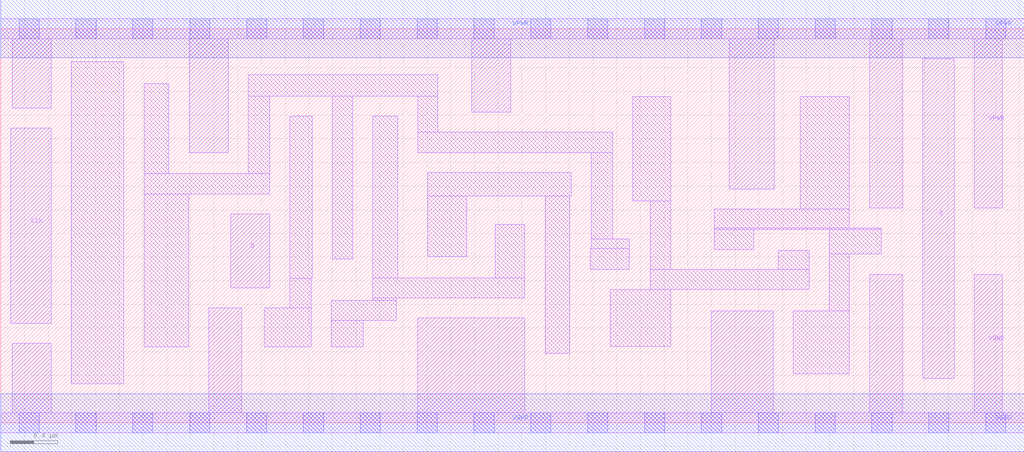
<source format=lef>
# Copyright 2020 The SkyWater PDK Authors
#
# Licensed under the Apache License, Version 2.0 (the "License");
# you may not use this file except in compliance with the License.
# You may obtain a copy of the License at
#
#     https://www.apache.org/licenses/LICENSE-2.0
#
# Unless required by applicable law or agreed to in writing, software
# distributed under the License is distributed on an "AS IS" BASIS,
# WITHOUT WARRANTIES OR CONDITIONS OF ANY KIND, either express or implied.
# See the License for the specific language governing permissions and
# limitations under the License.
#
# SPDX-License-Identifier: Apache-2.0

VERSION 5.7 ;
  NAMESCASESENSITIVE ON ;
  NOWIREEXTENSIONATPIN ON ;
  DIVIDERCHAR "/" ;
  BUSBITCHARS "[]" ;
UNITS
  DATABASE MICRONS 200 ;
END UNITS
MACRO sky130_fd_sc_lp__dfxtp_2
  CLASS CORE ;
  SOURCE USER ;
  FOREIGN sky130_fd_sc_lp__dfxtp_2 ;
  ORIGIN  0.000000  0.000000 ;
  SIZE  8.640000 BY  3.330000 ;
  SYMMETRY X Y R90 ;
  SITE unit ;
  PIN D
    ANTENNAGATEAREA  0.126000 ;
    DIRECTION INPUT ;
    USE SIGNAL ;
    PORT
      LAYER li1 ;
        RECT 1.940000 1.140000 2.270000 1.765000 ;
    END
  END D
  PIN Q
    ANTENNADIFFAREA  0.588000 ;
    DIRECTION OUTPUT ;
    USE SIGNAL ;
    PORT
      LAYER li1 ;
        RECT 7.785000 0.375000 8.050000 3.075000 ;
    END
  END Q
  PIN CLK
    ANTENNAGATEAREA  0.159000 ;
    DIRECTION INPUT ;
    USE CLOCK ;
    PORT
      LAYER li1 ;
        RECT 0.085000 0.840000 0.425000 2.490000 ;
    END
  END CLK
  PIN VGND
    DIRECTION INOUT ;
    USE GROUND ;
    PORT
      LAYER li1 ;
        RECT 0.000000 -0.085000 8.640000 0.085000 ;
        RECT 0.095000  0.085000 0.425000 0.670000 ;
        RECT 1.755000  0.085000 2.035000 0.970000 ;
        RECT 3.520000  0.085000 4.425000 0.885000 ;
        RECT 6.000000  0.085000 6.520000 0.945000 ;
        RECT 7.335000  0.085000 7.615000 1.255000 ;
        RECT 8.220000  0.085000 8.455000 1.255000 ;
      LAYER mcon ;
        RECT 0.155000 -0.085000 0.325000 0.085000 ;
        RECT 0.635000 -0.085000 0.805000 0.085000 ;
        RECT 1.115000 -0.085000 1.285000 0.085000 ;
        RECT 1.595000 -0.085000 1.765000 0.085000 ;
        RECT 2.075000 -0.085000 2.245000 0.085000 ;
        RECT 2.555000 -0.085000 2.725000 0.085000 ;
        RECT 3.035000 -0.085000 3.205000 0.085000 ;
        RECT 3.515000 -0.085000 3.685000 0.085000 ;
        RECT 3.995000 -0.085000 4.165000 0.085000 ;
        RECT 4.475000 -0.085000 4.645000 0.085000 ;
        RECT 4.955000 -0.085000 5.125000 0.085000 ;
        RECT 5.435000 -0.085000 5.605000 0.085000 ;
        RECT 5.915000 -0.085000 6.085000 0.085000 ;
        RECT 6.395000 -0.085000 6.565000 0.085000 ;
        RECT 6.875000 -0.085000 7.045000 0.085000 ;
        RECT 7.355000 -0.085000 7.525000 0.085000 ;
        RECT 7.835000 -0.085000 8.005000 0.085000 ;
        RECT 8.315000 -0.085000 8.485000 0.085000 ;
      LAYER met1 ;
        RECT 0.000000 -0.245000 8.640000 0.245000 ;
    END
  END VGND
  PIN VPWR
    DIRECTION INOUT ;
    USE POWER ;
    PORT
      LAYER li1 ;
        RECT 0.000000 3.245000 8.640000 3.415000 ;
        RECT 0.095000 2.660000 0.425000 3.245000 ;
        RECT 1.590000 2.285000 1.920000 3.245000 ;
        RECT 3.975000 2.625000 4.305000 3.245000 ;
        RECT 6.150000 1.975000 6.530000 3.245000 ;
        RECT 7.335000 1.815000 7.615000 3.245000 ;
        RECT 8.220000 1.815000 8.455000 3.245000 ;
      LAYER mcon ;
        RECT 0.155000 3.245000 0.325000 3.415000 ;
        RECT 0.635000 3.245000 0.805000 3.415000 ;
        RECT 1.115000 3.245000 1.285000 3.415000 ;
        RECT 1.595000 3.245000 1.765000 3.415000 ;
        RECT 2.075000 3.245000 2.245000 3.415000 ;
        RECT 2.555000 3.245000 2.725000 3.415000 ;
        RECT 3.035000 3.245000 3.205000 3.415000 ;
        RECT 3.515000 3.245000 3.685000 3.415000 ;
        RECT 3.995000 3.245000 4.165000 3.415000 ;
        RECT 4.475000 3.245000 4.645000 3.415000 ;
        RECT 4.955000 3.245000 5.125000 3.415000 ;
        RECT 5.435000 3.245000 5.605000 3.415000 ;
        RECT 5.915000 3.245000 6.085000 3.415000 ;
        RECT 6.395000 3.245000 6.565000 3.415000 ;
        RECT 6.875000 3.245000 7.045000 3.415000 ;
        RECT 7.355000 3.245000 7.525000 3.415000 ;
        RECT 7.835000 3.245000 8.005000 3.415000 ;
        RECT 8.315000 3.245000 8.485000 3.415000 ;
      LAYER met1 ;
        RECT 0.000000 3.085000 8.640000 3.575000 ;
    END
  END VPWR
  OBS
    LAYER li1 ;
      RECT 0.595000 0.330000 1.040000 3.050000 ;
      RECT 1.210000 0.640000 1.585000 1.935000 ;
      RECT 1.210000 1.935000 2.270000 2.105000 ;
      RECT 1.210000 2.105000 1.420000 2.865000 ;
      RECT 2.090000 2.105000 2.270000 2.760000 ;
      RECT 2.090000 2.760000 3.690000 2.940000 ;
      RECT 2.225000 0.640000 2.620000 0.970000 ;
      RECT 2.440000 0.970000 2.620000 1.220000 ;
      RECT 2.440000 1.220000 2.630000 2.590000 ;
      RECT 2.790000 0.640000 3.060000 0.865000 ;
      RECT 2.790000 0.865000 3.340000 1.035000 ;
      RECT 2.800000 1.385000 2.970000 2.760000 ;
      RECT 3.140000 1.035000 3.340000 1.055000 ;
      RECT 3.140000 1.055000 4.425000 1.225000 ;
      RECT 3.140000 1.225000 3.350000 2.590000 ;
      RECT 3.520000 2.285000 5.165000 2.455000 ;
      RECT 3.520000 2.455000 3.690000 2.760000 ;
      RECT 3.605000 1.405000 3.935000 1.915000 ;
      RECT 3.605000 1.915000 4.815000 2.115000 ;
      RECT 4.175000 1.225000 4.425000 1.675000 ;
      RECT 4.595000 0.585000 4.805000 1.915000 ;
      RECT 4.975000 1.295000 5.305000 1.475000 ;
      RECT 4.985000 1.475000 5.305000 1.555000 ;
      RECT 4.985000 1.555000 5.165000 2.285000 ;
      RECT 5.145000 0.645000 5.655000 1.125000 ;
      RECT 5.335000 1.875000 5.655000 2.755000 ;
      RECT 5.485000 1.125000 6.825000 1.295000 ;
      RECT 5.485000 1.295000 5.655000 1.875000 ;
      RECT 6.025000 1.465000 6.355000 1.635000 ;
      RECT 6.025000 1.635000 7.435000 1.645000 ;
      RECT 6.025000 1.645000 7.165000 1.805000 ;
      RECT 6.565000 1.295000 6.825000 1.455000 ;
      RECT 6.690000 0.415000 7.165000 0.945000 ;
      RECT 6.750000 1.805000 7.165000 2.755000 ;
      RECT 6.995000 0.945000 7.165000 1.425000 ;
      RECT 6.995000 1.425000 7.435000 1.635000 ;
  END
END sky130_fd_sc_lp__dfxtp_2

</source>
